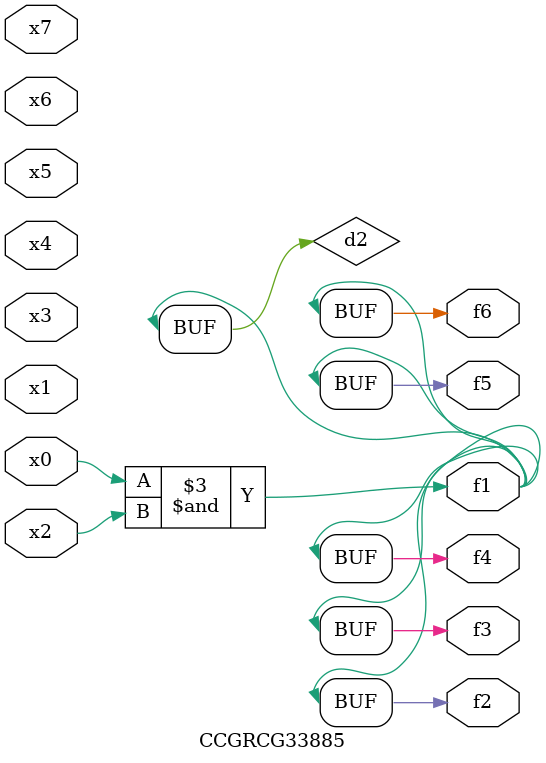
<source format=v>
module CCGRCG33885(
	input x0, x1, x2, x3, x4, x5, x6, x7,
	output f1, f2, f3, f4, f5, f6
);

	wire d1, d2;

	nor (d1, x3, x6);
	and (d2, x0, x2);
	assign f1 = d2;
	assign f2 = d2;
	assign f3 = d2;
	assign f4 = d2;
	assign f5 = d2;
	assign f6 = d2;
endmodule

</source>
